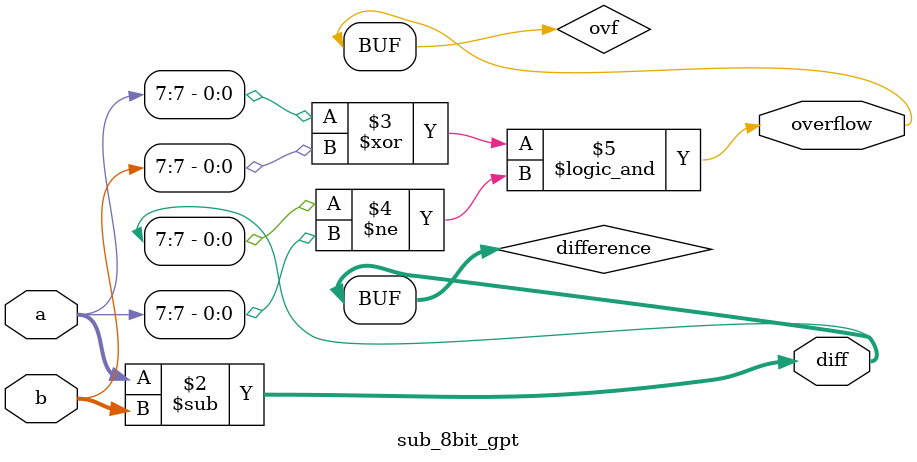
<source format=v>
module sub_8bit_gpt (
    input [7:0] a,
    input [7:0] b,
    output [7:0] diff,
    output overflow
);
    reg [7:0] difference;
    reg ovf;

    always @(*) begin
        difference = a - b; // Use direct subtraction for efficiency
        ovf = (a[7] ^ b[7]) && (difference[7] != a[7]); // Overflow detection
    end
    
    assign diff = difference;
    assign overflow = ovf;
endmodule
</source>
